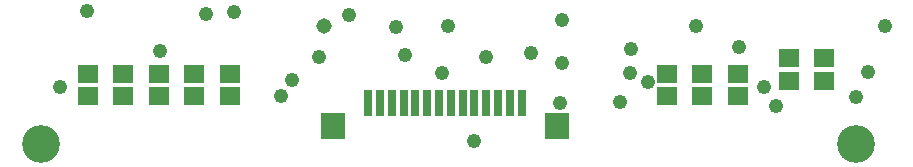
<source format=gts>
G75*
%MOIN*%
%OFA0B0*%
%FSLAX25Y25*%
%IPPOS*%
%LPD*%
%AMOC8*
5,1,8,0,0,1.08239X$1,22.5*
%
%ADD10C,0.12611*%
%ADD11R,0.06706X0.05918*%
%ADD12R,0.02769X0.08674*%
%ADD13R,0.07887X0.08674*%
%ADD14C,0.04800*%
%ADD15C,0.05156*%
D10*
X0023454Y0013611D03*
X0295107Y0013611D03*
D11*
X0255737Y0029556D03*
X0243926Y0029556D03*
X0232115Y0029556D03*
X0232115Y0037036D03*
X0243926Y0037036D03*
X0255737Y0037036D03*
X0273060Y0034674D03*
X0284477Y0034674D03*
X0284477Y0042154D03*
X0273060Y0042154D03*
X0086446Y0037036D03*
X0074635Y0037036D03*
X0062824Y0037036D03*
X0051013Y0037036D03*
X0039202Y0037036D03*
X0039202Y0029556D03*
X0051013Y0029556D03*
X0062824Y0029556D03*
X0074635Y0029556D03*
X0086446Y0029556D03*
D12*
X0132627Y0027391D03*
X0136564Y0027391D03*
X0140501Y0027391D03*
X0144438Y0027391D03*
X0148375Y0027391D03*
X0152312Y0027391D03*
X0156249Y0027391D03*
X0160186Y0027391D03*
X0164123Y0027391D03*
X0168060Y0027391D03*
X0171997Y0027391D03*
X0175934Y0027391D03*
X0179871Y0027391D03*
X0183808Y0027391D03*
D13*
X0195619Y0019517D03*
X0120816Y0019517D03*
D14*
X0103461Y0029792D03*
X0107355Y0034867D03*
X0116280Y0042611D03*
X0144780Y0043430D03*
X0157312Y0037233D03*
X0171780Y0042611D03*
X0186780Y0043824D03*
X0197280Y0040611D03*
X0219887Y0037473D03*
X0225887Y0034398D03*
X0216599Y0027611D03*
X0196682Y0027391D03*
X0167780Y0014706D03*
X0264619Y0032717D03*
X0268473Y0026355D03*
X0295107Y0029359D03*
X0299280Y0037611D03*
X0256068Y0045930D03*
X0241957Y0052981D03*
X0220387Y0045217D03*
X0197280Y0054973D03*
X0159280Y0052981D03*
X0141887Y0052611D03*
X0126280Y0056611D03*
X0087780Y0057792D03*
X0078572Y0056918D03*
X0038808Y0058099D03*
X0063280Y0044580D03*
X0029780Y0032611D03*
X0304792Y0052879D03*
D15*
X0117942Y0052981D03*
M02*

</source>
